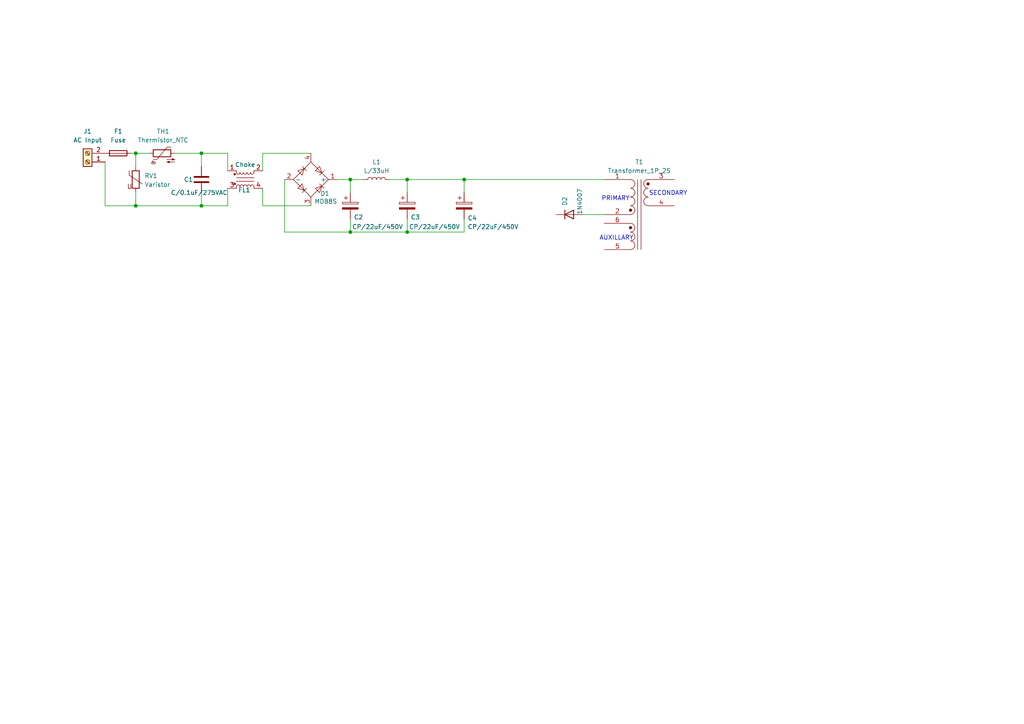
<source format=kicad_sch>
(kicad_sch (version 20231120) (generator "eeschema") (generator_version "8.0")
  (paper "A4")
  (lib_symbols
    (symbol "Connector:Screw_Terminal_01x02" (pin_names (offset 1.016) hide)
      (property "Reference" "J" (at 0 2.54 0))
      (property "Value" "Screw_Terminal_01x02" (at 0 -5.08 0))
      (symbol "Screw_Terminal_01x02_1_1"
        (rectangle (start -1.27 1.27) (end 1.27 -3.81) (stroke (width 0.254)) (fill (type background)))
        (circle (center 0 -2.54) (radius 0.635) (stroke (width 0.1524)))
        (polyline (pts (xy -0.5334 -2.2098) (xy 0.3302 -3.048)) (stroke (width 0.1524)))
        (polyline (pts (xy -0.5334 0.3302) (xy 0.3302 -0.508)) (stroke (width 0.1524)))
        (polyline (pts (xy -0.3556 -2.032) (xy 0.508 -2.8702)) (stroke (width 0.1524)))
        (polyline (pts (xy -0.3556 0.508) (xy 0.508 -0.3302)) (stroke (width 0.1524)))
        (circle (center 0 0) (radius 0.635) (stroke (width 0.1524)))
        (pin passive line (at -5.08 0 0) (length 3.81) (name "Pin_1") (number "1"))
        (pin passive line (at -5.08 -2.54 0) (length 3.81) (name "Pin_2") (number "2"))
      )
    )
    (symbol "Device:C" (pin_numbers hide) (pin_names (offset 0.254))
      (property "Reference" "C" (at 0.635 2.54 0))
      (property "Value" "C" (at 0.635 -2.54 0))
      (symbol "C_0_1"
        (polyline (pts (xy -2.032 -0.762) (xy 2.032 -0.762)) (stroke (width 0.508)))
        (polyline (pts (xy -2.032 0.762) (xy 2.032 0.762)) (stroke (width 0.508)))
      )
      (symbol "C_1_1"
        (pin passive line (at 0 3.81 270) (length 2.794) (name "~") (number "1"))
        (pin passive line (at 0 -3.81 90) (length 2.794) (name "~") (number "2"))
      )
    )
    (symbol "Device:C_Polarized" (pin_numbers hide) (pin_names (offset 0.254))
      (property "Reference" "C" (at 0.635 2.54 0))
      (property "Value" "C_Polarized" (at 0.635 -2.54 0))
      (symbol "C_Polarized_0_1"
        (rectangle (start -2.286 0.508) (end 2.286 1.016))
        (polyline (pts (xy -1.778 2.286) (xy -0.762 2.286)))
        (polyline (pts (xy -1.27 2.794) (xy -1.27 1.778)))
        (rectangle (start 2.286 -0.508) (end -2.286 -1.016) (fill (type outline)))
      )
      (symbol "C_Polarized_1_1"
        (pin passive line (at 0 3.81 270) (length 2.794) (name "~") (number "1"))
        (pin passive line (at 0 -3.81 90) (length 2.794) (name "~") (number "2"))
      )
    )
    (symbol "Device:Fuse" (pin_numbers hide) (pin_names (offset 0))
      (property "Reference" "F" (at 2.032 0 90))
      (property "Value" "Fuse" (at -1.905 0 90))
      (symbol "Fuse_0_1"
        (rectangle (start -0.762 -2.54) (end 0.762 2.54) (stroke (width 0.254)))
        (polyline (pts (xy 0 2.54) (xy 0 -2.54)))
      )
      (symbol "Fuse_1_1"
        (pin passive line (at 0 3.81 270) (length 1.27) (name "~") (number "1"))
        (pin passive line (at 0 -3.81 90) (length 1.27) (name "~") (number "2"))
      )
    )
    (symbol "Device:L" (pin_numbers hide) (pin_names (offset 1.016) hide)
      (property "Reference" "L" (at -1.27 0 90))
      (property "Value" "L" (at 1.905 0 90))
      (symbol "L_0_1"
        (arc (start 0 -2.54) (mid 0.6323 -1.905) (end 0 -1.27))
        (arc (start 0 -1.27) (mid 0.6323 -0.635) (end 0 0))
        (arc (start 0 0) (mid 0.6323 0.635) (end 0 1.27))
        (arc (start 0 1.27) (mid 0.6323 1.905) (end 0 2.54))
      )
      (symbol "L_1_1"
        (pin passive line (at 0 3.81 270) (length 1.27) (name "1") (number "1"))
        (pin passive line (at 0 -3.81 90) (length 1.27) (name "2") (number "2"))
      )
    )
    (symbol "Device:Thermistor_NTC" (pin_numbers hide) (pin_names (offset 0))
      (property "Reference" "TH" (at -4.445 0 90))
      (property "Value" "Thermistor_NTC" (at 3.175 0 90))
      (symbol "Thermistor_NTC_0_1"
        (arc (start -3.048 2.159) (mid -3.0495 2.3143) (end -3.175 2.413))
        (arc (start -3.048 2.159) (mid -2.9736 1.9794) (end -2.794 1.905))
        (arc (start -3.048 2.794) (mid -2.9736 2.6144) (end -2.794 2.54))
        (arc (start -2.794 1.905) (mid -2.6144 1.9794) (end -2.54 2.159))
        (arc (start -2.794 2.54) (mid -2.4393 2.5587) (end -2.159 2.794))
        (arc (start -2.794 3.048) (mid -2.9736 2.9736) (end -3.048 2.794))
        (arc (start -2.54 2.794) (mid -2.6144 2.9736) (end -2.794 3.048))
        (rectangle (start -1.016 2.54) (end 1.016 -2.54) (stroke (width 0.254)))
        (polyline (pts (xy -2.54 2.159) (xy -2.54 2.794)))
        (polyline (pts (xy -1.778 2.54) (xy -1.778 1.524) (xy 1.778 -1.524) (xy 1.778 -2.54)))
        (polyline (pts (xy -2.54 -3.683) (xy -2.54 -1.397) (xy -2.794 -2.159) (xy -2.286 -2.159) (xy -2.54 -1.397) (xy -2.54 -1.651)) (fill (type outline)))
        (polyline (pts (xy -1.778 -1.397) (xy -1.778 -3.683) (xy -2.032 -2.921) (xy -1.524 -2.921) (xy -1.778 -3.683) (xy -1.778 -3.429)) (fill (type outline)))
      )
      (symbol "Thermistor_NTC_1_1"
        (pin passive line (at 0 3.81 270) (length 1.27) (name "~") (number "1"))
        (pin passive line (at 0 -3.81 90) (length 1.27) (name "~") (number "2"))
      )
    )
    (symbol "Device:Transformer_1P_2S" (pin_names (offset 1.016) hide)
      (property "Reference" "T1" (at 0 15.24 0))
      (property "Value" "Transformer_1P_2S" (at 0 12.7 0))
      (symbol "Transformer_1P_2S_0_1"
        (arc (start -2.54 -10.16) (mid -1.642 -9.788) (end -1.2954 -8.89))
        (arc (start -2.54 -7.62) (mid -1.642 -7.248) (end -1.2954 -6.35))
        (arc (start -2.54 -5.08) (mid -1.642 -4.708) (end -1.2954 -3.81))
        (arc (start -2.54 0.0254) (mid -1.6599 0.3899) (end -1.27 1.27))
        (arc (start -2.54 2.5654) (mid -1.6599 2.9299) (end -1.27 3.81))
        (arc (start -2.54 5.1054) (mid -1.6599 5.4699) (end -1.27 6.35))
        (arc (start -2.54 7.6454) (mid -1.6599 8.0099) (end -1.27 8.89))
        (arc (start -1.2954 -8.89) (mid -1.6599 -8.0099) (end -2.54 -7.6454))
        (arc (start -1.2954 -6.35) (mid -1.6599 -5.4699) (end -2.54 -5.1054))
        (arc (start -1.2954 -3.81) (mid -1.6599 -2.9299) (end -2.54 -2.5654))
        (arc (start -1.27 1.27) (mid -1.642 2.168) (end -2.54 2.54))
        (arc (start -1.27 3.81) (mid -1.642 4.708) (end -2.54 5.08))
        (arc (start -1.27 6.35) (mid -1.642 7.248) (end -2.54 7.62))
        (arc (start -1.27 8.89) (mid -1.642 9.788) (end -2.54 10.16))
        (polyline (pts (xy -0.508 -10.16) (xy -0.508 10.16)))
        (polyline (pts (xy 0.508 10.16) (xy 0.508 -10.16)))
        (arc (start 1.2954 3.81) (mid 1.6599 2.9299) (end 2.54 2.5654))
        (arc (start 1.2954 6.35) (mid 1.6599 5.4699) (end 2.54 5.1054))
        (arc (start 1.2954 8.89) (mid 1.6599 8.0099) (end 2.54 7.6454))
        (arc (start 2.54 5.08) (mid 1.642 4.708) (end 1.2954 3.81))
        (arc (start 2.54 7.62) (mid 1.642 7.248) (end 1.2954 6.35))
        (arc (start 2.54 10.16) (mid 1.642 9.788) (end 1.2954 8.89))
      )
      (symbol "Transformer_1P_2S_1_1"
        (circle (center -2.54 -3.81) (radius 0.381) (fill (type outline)))
        (circle (center -2.54 1.27) (radius 0.381) (fill (type outline)))
        (circle (center 2.54 8.89) (radius 0.381) (fill (type outline)))
        (pin passive line (at -10.16 10.16 0) (length 7.62) (name "AA") (number "1"))
        (pin passive line (at -10.16 0 0) (length 7.62) (name "AB") (number "2"))
        (pin passive line (at 10.16 10.16 180) (length 7.62) (name "SA") (number "3"))
        (pin passive line (at 10.16 2.54 180) (length 7.62) (name "SB") (number "4"))
        (pin passive line (at -10.16 -10.16 0) (length 7.62) (name "SC") (number "5"))
        (pin passive line (at -10.16 -2.54 0) (length 7.62) (name "SD") (number "6"))
      )
    )
    (symbol "Device:Varistor" (pin_numbers hide) (pin_names (offset 0))
      (property "Reference" "RV" (at 3.175 0 90))
      (property "Value" "Varistor" (at -3.175 0 90))
      (symbol "Varistor_0_0"
        (text "U" (at -1.778 -2.032 0) (effects (font (size 1.27 1.27))))
      )
      (symbol "Varistor_0_1"
        (rectangle (start -1.016 -2.54) (end 1.016 2.54) (stroke (width 0.254)))
        (polyline (pts (xy -1.905 2.54) (xy -1.905 1.27) (xy 1.905 -1.27)))
      )
      (symbol "Varistor_1_1"
        (pin passive line (at 0 3.81 270) (length 1.27) (name "~") (number "1"))
        (pin passive line (at 0 -3.81 90) (length 1.27) (name "~") (number "2"))
      )
    )
    (symbol "Diode:1N4007" (pin_numbers hide) (pin_names hide)
      (property "Reference" "D" (at 0 2.54 0))
      (property "Value" "1N4007" (at 0 -2.54 0))
      (symbol "1N4007_0_1"
        (polyline (pts (xy -1.27 1.27) (xy -1.27 -1.27)) (stroke (width 0.254)))
        (polyline (pts (xy 1.27 0) (xy -1.27 0)))
        (polyline (pts (xy 1.27 1.27) (xy 1.27 -1.27) (xy -1.27 0) (xy 1.27 1.27)) (stroke (width 0.254)))
      )
      (symbol "1N4007_1_1"
        (pin passive line (at -3.81 0 0) (length 2.54) (name "K") (number "1"))
        (pin passive line (at 3.81 0 180) (length 2.54) (name "A") (number "2"))
      )
    )
    (symbol "Diode_Bridge:MDB8S"
      (property "Reference" "D" (at 3.81 6.35 0))
      (property "Value" "MDB8S" (at 6.35 3.81 0))
      (symbol "MDB8S_1_1"
        (polyline (pts (xy -2.54 3.81) (xy -1.27 2.54)))
        (polyline (pts (xy -1.27 -2.54) (xy -2.54 -3.81)))
        (polyline (pts (xy 2.54 -1.27) (xy 3.81 -2.54)))
        (polyline (pts (xy 2.54 1.27) (xy 3.81 2.54)))
        (polyline (pts (xy -3.81 2.54) (xy -2.54 1.27) (xy -1.905 3.175) (xy -3.81 2.54)))
        (polyline (pts (xy -2.54 -1.27) (xy -3.81 -2.54) (xy -1.905 -3.175) (xy -2.54 -1.27)))
        (polyline (pts (xy 1.27 2.54) (xy 2.54 3.81) (xy 3.175 1.905) (xy 1.27 2.54)))
        (polyline (pts (xy 3.175 -1.905) (xy 1.27 -2.54) (xy 2.54 -3.81) (xy 3.175 -1.905)))
        (polyline (pts (xy -5.08 0) (xy 0 -5.08) (xy 5.08 0) (xy 0 5.08) (xy -5.08 0)))
        (pin passive line (at 7.62 0 180) (length 2.54) (name "+") (number "1"))
        (pin passive line (at -7.62 0 0) (length 2.54) (name "-") (number "2"))
        (pin passive line (at 0 -7.62 90) (length 2.54) (name "~") (number "3"))
        (pin passive line (at 0 7.62 270) (length 2.54) (name "~") (number "4"))
      )
    )
    (symbol "Filter:Choke_Schaffner_RN102-0.3-02-12M" (pin_names hide)
      (property "Reference" "FL" (at 0 5.08 0))
      (property "Value" "Choke_Schaffner_RN102-0.3-02-12M" (at 0 -5.08 0))
      (symbol "Choke_Schaffner_RN102-0.3-02-12M_1_1"
        (circle (center -3.048 -1.27) (radius 0.254) (fill (type outline)))
        (circle (center -3.048 1.524) (radius 0.254) (fill (type outline)))
        (arc (start -2.54 2.032) (mid -2.032 1.5262) (end -1.524 2.032))
        (arc (start -1.524 -2.032) (mid -2.032 -1.5262) (end -2.54 -2.032))
        (arc (start -1.524 2.032) (mid -1.016 1.5262) (end -0.508 2.032))
        (arc (start -0.508 -2.032) (mid -1.016 -1.5262) (end -1.524 -2.032))
        (arc (start -0.508 2.032) (mid 0 1.5262) (end 0.508 2.032))
        (polyline (pts (xy -2.54 -2.032) (xy -2.54 -2.54)))
        (polyline (pts (xy -2.54 0.508) (xy 2.54 0.508)))
        (polyline (pts (xy -2.54 2.032) (xy -2.54 2.54)))
        (polyline (pts (xy 2.54 -2.032) (xy 2.54 -2.54)))
        (polyline (pts (xy 2.54 -0.508) (xy -2.54 -0.508)))
        (polyline (pts (xy 2.54 2.54) (xy 2.54 2.032)))
        (arc (start 0.508 -2.032) (mid 0 -1.5262) (end -0.508 -2.032))
        (arc (start 0.508 2.032) (mid 1.016 1.5262) (end 1.524 2.032))
        (arc (start 1.524 -2.032) (mid 1.016 -1.5262) (end 0.508 -2.032))
        (arc (start 1.524 2.032) (mid 2.032 1.5262) (end 2.54 2.032))
        (arc (start 2.54 -2.032) (mid 2.032 -1.5262) (end 1.524 -2.032))
        (pin passive line (at -5.08 2.54 0) (length 2.54) (name "1") (number "1"))
        (pin passive line (at 5.08 2.54 180) (length 2.54) (name "2") (number "2"))
        (pin passive line (at -5.08 -2.54 0) (length 2.54) (name "3") (number "3"))
        (pin passive line (at 5.08 -2.54 180) (length 2.54) (name "4") (number "4"))
      )
    )
  )
  (junction (at 101.6 52.07))
  (junction (at 39.37 59.69))
  (junction (at 101.6 67.31))
  (junction (at 58.42 44.45))
  (junction (at 134.62 52.07))
  (junction (at 58.42 59.69))
  (junction (at 118.11 52.07))
  (junction (at 118.11 67.31))
  (junction (at 39.37 44.45))
  (wire (pts (xy 82.55 67.31) (xy 101.6 67.31)))
  (wire (pts (xy 76.2 59.69) (xy 90.17 59.69)))
  (wire (pts (xy 76.2 44.45) (xy 90.17 44.45)))
  (wire (pts (xy 113.03 52.07) (xy 118.11 52.07)))
  (wire (pts (xy 30.48 46.99) (xy 30.48 59.69)))
  (wire (pts (xy 39.37 55.88) (xy 39.37 59.69)))
  (wire (pts (xy 101.6 52.07) (xy 101.6 55.88)))
  (wire (pts (xy 58.42 44.45) (xy 66.04 44.45)))
  (wire (pts (xy 39.37 44.45) (xy 43.18 44.45)))
  (wire (pts (xy 76.2 54.61) (xy 76.2 59.69)))
  (wire (pts (xy 58.42 59.69) (xy 66.04 59.69)))
  (wire (pts (xy 118.11 52.07) (xy 134.62 52.07)))
  (wire (pts (xy 50.8 44.45) (xy 58.42 44.45)))
  (wire (pts (xy 76.2 49.53) (xy 76.2 44.45)))
  (wire (pts (xy 118.11 67.31) (xy 134.62 67.31)))
  (wire (pts (xy 118.11 67.31) (xy 101.6 67.31)))
  (wire (pts (xy 101.6 52.07) (xy 105.41 52.07)))
  (wire (pts (xy 30.48 59.69) (xy 39.37 59.69)))
  (wire (pts (xy 66.04 54.61) (xy 66.04 59.69)))
  (wire (pts (xy 66.04 49.53) (xy 66.04 44.45)))
  (wire (pts (xy 134.62 52.07) (xy 134.62 55.88)))
  (wire (pts (xy 101.6 67.31) (xy 101.6 63.5)))
  (wire (pts (xy 97.79 52.07) (xy 101.6 52.07)))
  (wire (pts (xy 38.1 44.45) (xy 39.37 44.45)))
  (wire (pts (xy 118.11 52.07) (xy 118.11 55.88)))
  (wire (pts (xy 175.26 62.23) (xy 168.91 62.23)))
  (wire (pts (xy 82.55 52.07) (xy 82.55 67.31)))
  (wire (pts (xy 58.42 44.45) (xy 58.42 48.26)))
  (wire (pts (xy 39.37 59.69) (xy 58.42 59.69)))
  (wire (pts (xy 118.11 63.5) (xy 118.11 67.31)))
  (wire (pts (xy 39.37 44.45) (xy 39.37 48.26)))
  (wire (pts (xy 58.42 55.88) (xy 58.42 59.69)))
  (wire (pts (xy 134.62 63.5) (xy 134.62 67.31)))
  (wire (pts (xy 134.62 52.07) (xy 175.26 52.07)))
  (text "AUXILLARY\n" (at 178.816 69.088 0) (effects (font (size 1.27 1.27))))
  (text "PRIMARY\n" (at 178.562 57.658 0) (effects (font (size 1.27 1.27))))
  (text "SECONDARY\n" (at 193.802 56.134 0) (effects (font (size 1.27 1.27))))
  (symbol (lib_id "Diode:1N4007") (at 165.1 62.23 0) (unit 1)
    (property "Reference" "D2" (at 163.8299 59.69 90) (effects (justify left)))
    (property "Value" "1N4007" (at 168.148 62.23 90) (effects (justify left)))
    (property "Footprint" "Diode_THT:D_DO-41_SOD81_P10.16mm_Horizontal" (effects (hide yes)))
    (property "Datasheet" "http://www.vishay.com/docs/88503/1n4001.pdf" (effects (hide yes)))
    (property "Description" "1000V 1A General Purpose Rectifier Diode, DO-41" (effects (hide yes)))
    (property "Sim.Device" "D" (effects (hide yes)))
    (property "Sim.Pins" "1=K 2=A" (effects (hide yes)))
  )
  (symbol (lib_id "Device:Varistor") (at 39.37 52.07 0) (unit 1)
    (property "Reference" "RV1" (at 41.91 50.9932 0) (effects (justify left)))
    (property "Value" "Varistor" (at 41.91 53.5332 0) (effects (justify left)))
    (property "Description" "Voltage dependent resistor" (effects (hide yes)))
    (property "Sim.Name" "kicad_builtin_varistor" (effects (hide yes)))
    (property "Sim.Device" "SUBCKT" (effects (hide yes)))
    (property "Sim.Pins" "1=A 2=B" (effects (hide yes)))
    (property "Sim.Params" "threshold=1k" (effects (hide yes)))
    (property "Sim.Library" "${KICAD7_SYMBOL_DIR}/Simulation_SPICE.sp" (effects (hide yes)))
  )
  (symbol (lib_id "Device:C_Polarized") (at 101.6 59.69 0) (unit 1)
    (property "Reference" "C2" (at 102.616 62.992 0) (effects (justify left)))
    (property "Value" "CP/22uF/450V" (at 102.108 65.786 0) (effects (justify left)))
    (property "Description" "Polarized capacitor" (effects (hide yes)))
  )
  (symbol (lib_id "Filter:Choke_Schaffner_RN102-0.3-02-12M") (at 71.12 52.07 0) (unit 1)
    (property "Reference" "FL1" (at 70.866 55.118 0))
    (property "Value" "Choke" (at 71.12 47.752 0))
    (property "Footprint" "Inductor_THT:Choke_Schaffner_RN102-04-14.0x14.0mm" (effects (hide yes)))
    (property "Datasheet" "https://www.schaffner.com/products/download/product/datasheet/rn-series-common-mode-chokes-new/" (effects (hide yes)))
    (property "Description" "Common mode choke, 300mA, 300VAC, 12mH, 1.1 ohm, RN-102" (effects (hide yes)))
  )
  (symbol (lib_id "Connector:Screw_Terminal_01x02") (at 25.4 46.99 180) (unit 1)
    (property "Reference" "J1" (at 25.4 38.1 0))
    (property "Value" "AC Input" (at 25.4 40.64 0))
    (property "Description" "Generic screw terminal, single row, 01x02, script generated (kicad-library-utils/schlib/autogen/connector/)" (effects (hide yes)))
  )
  (symbol (lib_id "Device:Fuse") (at 34.29 44.45 90) (unit 1)
    (property "Reference" "F1" (at 34.29 38.1 90))
    (property "Value" "Fuse" (at 34.29 40.64 90))
    (property "Description" "Fuse" (effects (hide yes)))
  )
  (symbol (lib_id "Device:L") (at 109.22 52.07 90) (unit 1)
    (property "Reference" "L1" (at 109.22 46.99 90))
    (property "Value" "L/33uH" (at 109.22 49.53 90))
    (property "Description" "Inductor" (effects (hide yes)))
  )
  (symbol (lib_id "Device:Transformer_1P_2S") (at 185.42 62.23 0) (unit 1)
    (property "Reference" "T1" (at 185.42 46.99 0))
    (property "Value" "Transformer_1P_2S" (at 185.42 49.53 0))
    (property "Description" "Transformer, single primary, dual secondary" (effects (hide yes)))
  )
  (symbol (lib_id "Device:Thermistor_NTC") (at 46.99 44.45 90) (unit 1)
    (property "Reference" "TH1" (at 47.3075 38.1 90))
    (property "Value" "Thermistor_NTC" (at 47.3075 40.64 90))
    (property "Description" "Temperature dependent resistor, negative temperature coefficient" (effects (hide yes)))
  )
  (symbol (lib_id "Device:C") (at 58.42 52.07 0) (unit 1)
    (property "Reference" "C1" (at 53.34 52.07 0) (effects (justify left)))
    (property "Value" "C/0.1uF/275VAC" (at 49.53 55.88 0) (effects (justify left)))
    (property "Description" "Unpolarized capacitor" (effects (hide yes)))
  )
  (symbol (lib_id "Diode_Bridge:MDB8S") (at 90.17 52.07 0) (unit 1)
    (property "Reference" "D1" (at 94.234 56.134 0))
    (property "Value" "MDB8S" (at 94.488 58.42 0))
    (property "Footprint" "Package_SO:TSSOP-4_4.4x5mm_P4mm" (effects (hide yes)))
    (property "Datasheet" "https://www.onsemi.com/pub/Collateral/MDB8S-D.PDF" (effects (hide yes)))
    (property "Description" "Single-Phase Bridge Rectifier, 560V Vrms, 1A If, TSSOP-4" (effects (hide yes)))
  )
  (symbol (lib_id "Device:C_Polarized") (at 134.62 59.69 0) (unit 1)
    (property "Reference" "C4" (at 135.636 63.246 0) (effects (justify left)))
    (property "Value" "CP/22uF/450V" (at 135.636 65.786 0) (effects (justify left)))
    (property "Description" "Polarized capacitor" (effects (hide yes)))
  )
  (symbol (lib_id "Device:C_Polarized") (at 118.11 59.69 0) (unit 1)
    (property "Reference" "C3" (at 119.126 62.992 0) (effects (justify left)))
    (property "Value" "CP/22uF/450V" (at 118.618 65.786 0) (effects (justify left)))
    (property "Description" "Polarized capacitor" (effects (hide yes)))
  )
)
</source>
